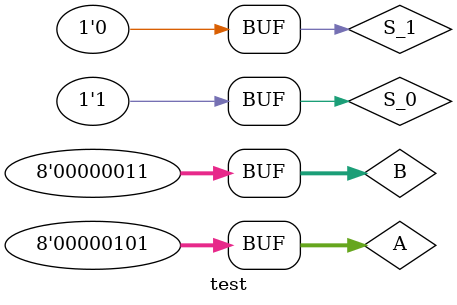
<source format=sv>
`timescale 1ns / 1ps


module test();
 logic S_1;
             logic S_0;
            logic signed [7:0] A;
            logic signed [7:0] B;
             logic signed [15:0]R;
             
             decoder dec(S_1, S_0, A, B, R);
             
             initial begin 
             S_1 = 0; S_0 = 0; A = 5; B = 3; #100;
             S_1 = 1; #100;
             S_0 = 1; #100;
             S_1 = 0; 
             
             
             end
//logic clk;
//logic button, reset;
//logic signed [7:0]a;
//logic signed [7:0]b;
//logic signed [15:0]out; 
//logic  [6:0]seg;
//logic [3:0] an;

//top uut( clk, reset, button, a,b, out,seg,,an);
//initial 
//    begin 
//       clk = 1;
//       b = 8'b11101000;
//       a = 8'b11100101;   
//       reset = 0;
//       #20;
//       #20;
//       b1 = 0;
//       b2 = 0;
//       b3 = 1;
//       b4 = 0;       
//       #20;
//       b1 = 0;
//       b2 = 0;
//       b3 = 0;
//       b4 = 0; 
//       #20;
//       #20;
//       b = 8'b01111000;
//       a = 8'b01100101; 
       
//       #100;
//       reset = 1; 
//       #20;
//       reset = 0; 
//       #20;
//       b1 = 0;
//       b2 = 0;
//       b3 = 0;
//       b4 = 1;   
//       #20;
//       b3=0;
//       #20;
//       #20;
       
//        clk = 1;
//       b = 8'b11101000;
//       a = 8'b11100101;   
//       reset = 0;
//       #20;
//       #20;
//       b1 = 0;
//       b2 = 0;
//       b3 = 1;
//       b4 = 0;       
//       #20;
//         #20;
//           #20;
//       b1 = 0;
//       b2 = 1;
//       b3 = 0;
//       b4 = 0; 
//       #20;
//       #20;
//        clk = 1;
//       b = 8'b11101000;
//       a = 8'b11100101;   
//       reset = 0;
//       #20;
//       #20;
//       b1 = 0;
//       b2 = 0;
//       b3 = 1;
//       b4 = 0;       
//       #20;
//     end       
//always
//        #10 clk = ~clk;

endmodule

</source>
